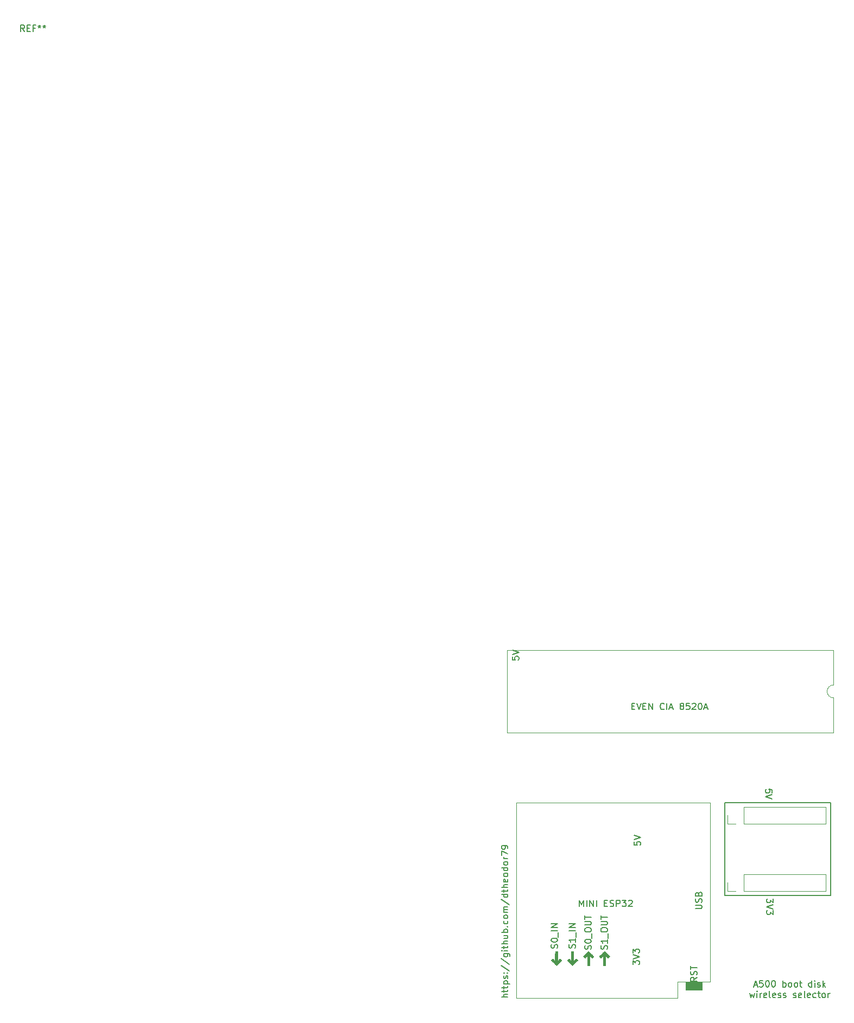
<source format=gto>
G04 #@! TF.GenerationSoftware,KiCad,Pcbnew,(5.1.6)-1*
G04 #@! TF.CreationDate,2021-12-03T11:19:17+02:00*
G04 #@! TF.ProjectId,df_selector_inverted,64665f73-656c-4656-9374-6f725f696e76,rev?*
G04 #@! TF.SameCoordinates,Original*
G04 #@! TF.FileFunction,Legend,Top*
G04 #@! TF.FilePolarity,Positive*
%FSLAX46Y46*%
G04 Gerber Fmt 4.6, Leading zero omitted, Abs format (unit mm)*
G04 Created by KiCad (PCBNEW (5.1.6)-1) date 2021-12-03 11:19:17*
%MOMM*%
%LPD*%
G01*
G04 APERTURE LIST*
%ADD10C,0.150000*%
%ADD11C,0.120000*%
%ADD12C,0.100000*%
%ADD13C,0.010000*%
%ADD14O,1.700000X1.700000*%
%ADD15R,1.700000X1.700000*%
%ADD16C,1.700000*%
G04 APERTURE END LIST*
D10*
X74752380Y-98490476D02*
X74752380Y-98966666D01*
X75228571Y-99014285D01*
X75180952Y-98966666D01*
X75133333Y-98871428D01*
X75133333Y-98633333D01*
X75180952Y-98538095D01*
X75228571Y-98490476D01*
X75323809Y-98442857D01*
X75561904Y-98442857D01*
X75657142Y-98490476D01*
X75704761Y-98538095D01*
X75752380Y-98633333D01*
X75752380Y-98871428D01*
X75704761Y-98966666D01*
X75657142Y-99014285D01*
X74752380Y-98157142D02*
X75752380Y-97823809D01*
X74752380Y-97490476D01*
X93552380Y-146538095D02*
X93552380Y-145919047D01*
X93933333Y-146252380D01*
X93933333Y-146109523D01*
X93980952Y-146014285D01*
X94028571Y-145966666D01*
X94123809Y-145919047D01*
X94361904Y-145919047D01*
X94457142Y-145966666D01*
X94504761Y-146014285D01*
X94552380Y-146109523D01*
X94552380Y-146395238D01*
X94504761Y-146490476D01*
X94457142Y-146538095D01*
X93552380Y-145633333D02*
X94552380Y-145300000D01*
X93552380Y-144966666D01*
X93552380Y-144728571D02*
X93552380Y-144109523D01*
X93933333Y-144442857D01*
X93933333Y-144300000D01*
X93980952Y-144204761D01*
X94028571Y-144157142D01*
X94123809Y-144109523D01*
X94361904Y-144109523D01*
X94457142Y-144157142D01*
X94504761Y-144204761D01*
X94552380Y-144300000D01*
X94552380Y-144585714D01*
X94504761Y-144680952D01*
X94457142Y-144728571D01*
X93752380Y-127390476D02*
X93752380Y-127866666D01*
X94228571Y-127914285D01*
X94180952Y-127866666D01*
X94133333Y-127771428D01*
X94133333Y-127533333D01*
X94180952Y-127438095D01*
X94228571Y-127390476D01*
X94323809Y-127342857D01*
X94561904Y-127342857D01*
X94657142Y-127390476D01*
X94704761Y-127438095D01*
X94752380Y-127533333D01*
X94752380Y-127771428D01*
X94704761Y-127866666D01*
X94657142Y-127914285D01*
X93752380Y-127057142D02*
X94752380Y-126723809D01*
X93752380Y-126390476D01*
X89504761Y-144121428D02*
X89552380Y-143978571D01*
X89552380Y-143740476D01*
X89504761Y-143645238D01*
X89457142Y-143597619D01*
X89361904Y-143550000D01*
X89266666Y-143550000D01*
X89171428Y-143597619D01*
X89123809Y-143645238D01*
X89076190Y-143740476D01*
X89028571Y-143930952D01*
X88980952Y-144026190D01*
X88933333Y-144073809D01*
X88838095Y-144121428D01*
X88742857Y-144121428D01*
X88647619Y-144073809D01*
X88600000Y-144026190D01*
X88552380Y-143930952D01*
X88552380Y-143692857D01*
X88600000Y-143550000D01*
X89552380Y-142597619D02*
X89552380Y-143169047D01*
X89552380Y-142883333D02*
X88552380Y-142883333D01*
X88695238Y-142978571D01*
X88790476Y-143073809D01*
X88838095Y-143169047D01*
X89647619Y-142407142D02*
X89647619Y-141645238D01*
X88552380Y-141216666D02*
X88552380Y-141026190D01*
X88600000Y-140930952D01*
X88695238Y-140835714D01*
X88885714Y-140788095D01*
X89219047Y-140788095D01*
X89409523Y-140835714D01*
X89504761Y-140930952D01*
X89552380Y-141026190D01*
X89552380Y-141216666D01*
X89504761Y-141311904D01*
X89409523Y-141407142D01*
X89219047Y-141454761D01*
X88885714Y-141454761D01*
X88695238Y-141407142D01*
X88600000Y-141311904D01*
X88552380Y-141216666D01*
X88552380Y-140359523D02*
X89361904Y-140359523D01*
X89457142Y-140311904D01*
X89504761Y-140264285D01*
X89552380Y-140169047D01*
X89552380Y-139978571D01*
X89504761Y-139883333D01*
X89457142Y-139835714D01*
X89361904Y-139788095D01*
X88552380Y-139788095D01*
X88552380Y-139454761D02*
X88552380Y-138883333D01*
X89552380Y-139169047D02*
X88552380Y-139169047D01*
X87004761Y-144121428D02*
X87052380Y-143978571D01*
X87052380Y-143740476D01*
X87004761Y-143645238D01*
X86957142Y-143597619D01*
X86861904Y-143550000D01*
X86766666Y-143550000D01*
X86671428Y-143597619D01*
X86623809Y-143645238D01*
X86576190Y-143740476D01*
X86528571Y-143930952D01*
X86480952Y-144026190D01*
X86433333Y-144073809D01*
X86338095Y-144121428D01*
X86242857Y-144121428D01*
X86147619Y-144073809D01*
X86100000Y-144026190D01*
X86052380Y-143930952D01*
X86052380Y-143692857D01*
X86100000Y-143550000D01*
X86052380Y-142930952D02*
X86052380Y-142835714D01*
X86100000Y-142740476D01*
X86147619Y-142692857D01*
X86242857Y-142645238D01*
X86433333Y-142597619D01*
X86671428Y-142597619D01*
X86861904Y-142645238D01*
X86957142Y-142692857D01*
X87004761Y-142740476D01*
X87052380Y-142835714D01*
X87052380Y-142930952D01*
X87004761Y-143026190D01*
X86957142Y-143073809D01*
X86861904Y-143121428D01*
X86671428Y-143169047D01*
X86433333Y-143169047D01*
X86242857Y-143121428D01*
X86147619Y-143073809D01*
X86100000Y-143026190D01*
X86052380Y-142930952D01*
X87147619Y-142407142D02*
X87147619Y-141645238D01*
X86052380Y-141216666D02*
X86052380Y-141026190D01*
X86100000Y-140930952D01*
X86195238Y-140835714D01*
X86385714Y-140788095D01*
X86719047Y-140788095D01*
X86909523Y-140835714D01*
X87004761Y-140930952D01*
X87052380Y-141026190D01*
X87052380Y-141216666D01*
X87004761Y-141311904D01*
X86909523Y-141407142D01*
X86719047Y-141454761D01*
X86385714Y-141454761D01*
X86195238Y-141407142D01*
X86100000Y-141311904D01*
X86052380Y-141216666D01*
X86052380Y-140359523D02*
X86861904Y-140359523D01*
X86957142Y-140311904D01*
X87004761Y-140264285D01*
X87052380Y-140169047D01*
X87052380Y-139978571D01*
X87004761Y-139883333D01*
X86957142Y-139835714D01*
X86861904Y-139788095D01*
X86052380Y-139788095D01*
X86052380Y-139454761D02*
X86052380Y-138883333D01*
X87052380Y-139169047D02*
X86052380Y-139169047D01*
X84504761Y-143954761D02*
X84552380Y-143811904D01*
X84552380Y-143573809D01*
X84504761Y-143478571D01*
X84457142Y-143430952D01*
X84361904Y-143383333D01*
X84266666Y-143383333D01*
X84171428Y-143430952D01*
X84123809Y-143478571D01*
X84076190Y-143573809D01*
X84028571Y-143764285D01*
X83980952Y-143859523D01*
X83933333Y-143907142D01*
X83838095Y-143954761D01*
X83742857Y-143954761D01*
X83647619Y-143907142D01*
X83600000Y-143859523D01*
X83552380Y-143764285D01*
X83552380Y-143526190D01*
X83600000Y-143383333D01*
X84552380Y-142430952D02*
X84552380Y-143002380D01*
X84552380Y-142716666D02*
X83552380Y-142716666D01*
X83695238Y-142811904D01*
X83790476Y-142907142D01*
X83838095Y-143002380D01*
X84647619Y-142240476D02*
X84647619Y-141478571D01*
X84552380Y-141240476D02*
X83552380Y-141240476D01*
X84552380Y-140764285D02*
X83552380Y-140764285D01*
X84552380Y-140192857D01*
X83552380Y-140192857D01*
X81754761Y-143954761D02*
X81802380Y-143811904D01*
X81802380Y-143573809D01*
X81754761Y-143478571D01*
X81707142Y-143430952D01*
X81611904Y-143383333D01*
X81516666Y-143383333D01*
X81421428Y-143430952D01*
X81373809Y-143478571D01*
X81326190Y-143573809D01*
X81278571Y-143764285D01*
X81230952Y-143859523D01*
X81183333Y-143907142D01*
X81088095Y-143954761D01*
X80992857Y-143954761D01*
X80897619Y-143907142D01*
X80850000Y-143859523D01*
X80802380Y-143764285D01*
X80802380Y-143526190D01*
X80850000Y-143383333D01*
X80802380Y-142764285D02*
X80802380Y-142669047D01*
X80850000Y-142573809D01*
X80897619Y-142526190D01*
X80992857Y-142478571D01*
X81183333Y-142430952D01*
X81421428Y-142430952D01*
X81611904Y-142478571D01*
X81707142Y-142526190D01*
X81754761Y-142573809D01*
X81802380Y-142669047D01*
X81802380Y-142764285D01*
X81754761Y-142859523D01*
X81707142Y-142907142D01*
X81611904Y-142954761D01*
X81421428Y-143002380D01*
X81183333Y-143002380D01*
X80992857Y-142954761D01*
X80897619Y-142907142D01*
X80850000Y-142859523D01*
X80802380Y-142764285D01*
X81897619Y-142240476D02*
X81897619Y-141478571D01*
X81802380Y-141240476D02*
X80802380Y-141240476D01*
X81802380Y-140764285D02*
X80802380Y-140764285D01*
X81802380Y-140192857D01*
X80802380Y-140192857D01*
X115397619Y-136261904D02*
X115397619Y-136880952D01*
X115016666Y-136547619D01*
X115016666Y-136690476D01*
X114969047Y-136785714D01*
X114921428Y-136833333D01*
X114826190Y-136880952D01*
X114588095Y-136880952D01*
X114492857Y-136833333D01*
X114445238Y-136785714D01*
X114397619Y-136690476D01*
X114397619Y-136404761D01*
X114445238Y-136309523D01*
X114492857Y-136261904D01*
X115397619Y-137166666D02*
X114397619Y-137500000D01*
X115397619Y-137833333D01*
X115397619Y-138071428D02*
X115397619Y-138690476D01*
X115016666Y-138357142D01*
X115016666Y-138500000D01*
X114969047Y-138595238D01*
X114921428Y-138642857D01*
X114826190Y-138690476D01*
X114588095Y-138690476D01*
X114492857Y-138642857D01*
X114445238Y-138595238D01*
X114397619Y-138500000D01*
X114397619Y-138214285D01*
X114445238Y-138119047D01*
X114492857Y-138071428D01*
X115247619Y-119709523D02*
X115247619Y-119233333D01*
X114771428Y-119185714D01*
X114819047Y-119233333D01*
X114866666Y-119328571D01*
X114866666Y-119566666D01*
X114819047Y-119661904D01*
X114771428Y-119709523D01*
X114676190Y-119757142D01*
X114438095Y-119757142D01*
X114342857Y-119709523D01*
X114295238Y-119661904D01*
X114247619Y-119566666D01*
X114247619Y-119328571D01*
X114295238Y-119233333D01*
X114342857Y-119185714D01*
X115247619Y-120042857D02*
X114247619Y-120376190D01*
X115247619Y-120709523D01*
X112428571Y-149741666D02*
X112904761Y-149741666D01*
X112333333Y-150027380D02*
X112666666Y-149027380D01*
X113000000Y-150027380D01*
X113809523Y-149027380D02*
X113333333Y-149027380D01*
X113285714Y-149503571D01*
X113333333Y-149455952D01*
X113428571Y-149408333D01*
X113666666Y-149408333D01*
X113761904Y-149455952D01*
X113809523Y-149503571D01*
X113857142Y-149598809D01*
X113857142Y-149836904D01*
X113809523Y-149932142D01*
X113761904Y-149979761D01*
X113666666Y-150027380D01*
X113428571Y-150027380D01*
X113333333Y-149979761D01*
X113285714Y-149932142D01*
X114476190Y-149027380D02*
X114571428Y-149027380D01*
X114666666Y-149075000D01*
X114714285Y-149122619D01*
X114761904Y-149217857D01*
X114809523Y-149408333D01*
X114809523Y-149646428D01*
X114761904Y-149836904D01*
X114714285Y-149932142D01*
X114666666Y-149979761D01*
X114571428Y-150027380D01*
X114476190Y-150027380D01*
X114380952Y-149979761D01*
X114333333Y-149932142D01*
X114285714Y-149836904D01*
X114238095Y-149646428D01*
X114238095Y-149408333D01*
X114285714Y-149217857D01*
X114333333Y-149122619D01*
X114380952Y-149075000D01*
X114476190Y-149027380D01*
X115428571Y-149027380D02*
X115523809Y-149027380D01*
X115619047Y-149075000D01*
X115666666Y-149122619D01*
X115714285Y-149217857D01*
X115761904Y-149408333D01*
X115761904Y-149646428D01*
X115714285Y-149836904D01*
X115666666Y-149932142D01*
X115619047Y-149979761D01*
X115523809Y-150027380D01*
X115428571Y-150027380D01*
X115333333Y-149979761D01*
X115285714Y-149932142D01*
X115238095Y-149836904D01*
X115190476Y-149646428D01*
X115190476Y-149408333D01*
X115238095Y-149217857D01*
X115285714Y-149122619D01*
X115333333Y-149075000D01*
X115428571Y-149027380D01*
X116952380Y-150027380D02*
X116952380Y-149027380D01*
X116952380Y-149408333D02*
X117047619Y-149360714D01*
X117238095Y-149360714D01*
X117333333Y-149408333D01*
X117380952Y-149455952D01*
X117428571Y-149551190D01*
X117428571Y-149836904D01*
X117380952Y-149932142D01*
X117333333Y-149979761D01*
X117238095Y-150027380D01*
X117047619Y-150027380D01*
X116952380Y-149979761D01*
X118000000Y-150027380D02*
X117904761Y-149979761D01*
X117857142Y-149932142D01*
X117809523Y-149836904D01*
X117809523Y-149551190D01*
X117857142Y-149455952D01*
X117904761Y-149408333D01*
X118000000Y-149360714D01*
X118142857Y-149360714D01*
X118238095Y-149408333D01*
X118285714Y-149455952D01*
X118333333Y-149551190D01*
X118333333Y-149836904D01*
X118285714Y-149932142D01*
X118238095Y-149979761D01*
X118142857Y-150027380D01*
X118000000Y-150027380D01*
X118904761Y-150027380D02*
X118809523Y-149979761D01*
X118761904Y-149932142D01*
X118714285Y-149836904D01*
X118714285Y-149551190D01*
X118761904Y-149455952D01*
X118809523Y-149408333D01*
X118904761Y-149360714D01*
X119047619Y-149360714D01*
X119142857Y-149408333D01*
X119190476Y-149455952D01*
X119238095Y-149551190D01*
X119238095Y-149836904D01*
X119190476Y-149932142D01*
X119142857Y-149979761D01*
X119047619Y-150027380D01*
X118904761Y-150027380D01*
X119523809Y-149360714D02*
X119904761Y-149360714D01*
X119666666Y-149027380D02*
X119666666Y-149884523D01*
X119714285Y-149979761D01*
X119809523Y-150027380D01*
X119904761Y-150027380D01*
X121428571Y-150027380D02*
X121428571Y-149027380D01*
X121428571Y-149979761D02*
X121333333Y-150027380D01*
X121142857Y-150027380D01*
X121047619Y-149979761D01*
X121000000Y-149932142D01*
X120952380Y-149836904D01*
X120952380Y-149551190D01*
X121000000Y-149455952D01*
X121047619Y-149408333D01*
X121142857Y-149360714D01*
X121333333Y-149360714D01*
X121428571Y-149408333D01*
X121904761Y-150027380D02*
X121904761Y-149360714D01*
X121904761Y-149027380D02*
X121857142Y-149075000D01*
X121904761Y-149122619D01*
X121952380Y-149075000D01*
X121904761Y-149027380D01*
X121904761Y-149122619D01*
X122333333Y-149979761D02*
X122428571Y-150027380D01*
X122619047Y-150027380D01*
X122714285Y-149979761D01*
X122761904Y-149884523D01*
X122761904Y-149836904D01*
X122714285Y-149741666D01*
X122619047Y-149694047D01*
X122476190Y-149694047D01*
X122380952Y-149646428D01*
X122333333Y-149551190D01*
X122333333Y-149503571D01*
X122380952Y-149408333D01*
X122476190Y-149360714D01*
X122619047Y-149360714D01*
X122714285Y-149408333D01*
X123190476Y-150027380D02*
X123190476Y-149027380D01*
X123285714Y-149646428D02*
X123571428Y-150027380D01*
X123571428Y-149360714D02*
X123190476Y-149741666D01*
X111761904Y-151010714D02*
X111952380Y-151677380D01*
X112142857Y-151201190D01*
X112333333Y-151677380D01*
X112523809Y-151010714D01*
X112904761Y-151677380D02*
X112904761Y-151010714D01*
X112904761Y-150677380D02*
X112857142Y-150725000D01*
X112904761Y-150772619D01*
X112952380Y-150725000D01*
X112904761Y-150677380D01*
X112904761Y-150772619D01*
X113380952Y-151677380D02*
X113380952Y-151010714D01*
X113380952Y-151201190D02*
X113428571Y-151105952D01*
X113476190Y-151058333D01*
X113571428Y-151010714D01*
X113666666Y-151010714D01*
X114380952Y-151629761D02*
X114285714Y-151677380D01*
X114095238Y-151677380D01*
X114000000Y-151629761D01*
X113952380Y-151534523D01*
X113952380Y-151153571D01*
X114000000Y-151058333D01*
X114095238Y-151010714D01*
X114285714Y-151010714D01*
X114380952Y-151058333D01*
X114428571Y-151153571D01*
X114428571Y-151248809D01*
X113952380Y-151344047D01*
X115000000Y-151677380D02*
X114904761Y-151629761D01*
X114857142Y-151534523D01*
X114857142Y-150677380D01*
X115761904Y-151629761D02*
X115666666Y-151677380D01*
X115476190Y-151677380D01*
X115380952Y-151629761D01*
X115333333Y-151534523D01*
X115333333Y-151153571D01*
X115380952Y-151058333D01*
X115476190Y-151010714D01*
X115666666Y-151010714D01*
X115761904Y-151058333D01*
X115809523Y-151153571D01*
X115809523Y-151248809D01*
X115333333Y-151344047D01*
X116190476Y-151629761D02*
X116285714Y-151677380D01*
X116476190Y-151677380D01*
X116571428Y-151629761D01*
X116619047Y-151534523D01*
X116619047Y-151486904D01*
X116571428Y-151391666D01*
X116476190Y-151344047D01*
X116333333Y-151344047D01*
X116238095Y-151296428D01*
X116190476Y-151201190D01*
X116190476Y-151153571D01*
X116238095Y-151058333D01*
X116333333Y-151010714D01*
X116476190Y-151010714D01*
X116571428Y-151058333D01*
X117000000Y-151629761D02*
X117095238Y-151677380D01*
X117285714Y-151677380D01*
X117380952Y-151629761D01*
X117428571Y-151534523D01*
X117428571Y-151486904D01*
X117380952Y-151391666D01*
X117285714Y-151344047D01*
X117142857Y-151344047D01*
X117047619Y-151296428D01*
X117000000Y-151201190D01*
X117000000Y-151153571D01*
X117047619Y-151058333D01*
X117142857Y-151010714D01*
X117285714Y-151010714D01*
X117380952Y-151058333D01*
X118571428Y-151629761D02*
X118666666Y-151677380D01*
X118857142Y-151677380D01*
X118952380Y-151629761D01*
X119000000Y-151534523D01*
X119000000Y-151486904D01*
X118952380Y-151391666D01*
X118857142Y-151344047D01*
X118714285Y-151344047D01*
X118619047Y-151296428D01*
X118571428Y-151201190D01*
X118571428Y-151153571D01*
X118619047Y-151058333D01*
X118714285Y-151010714D01*
X118857142Y-151010714D01*
X118952380Y-151058333D01*
X119809523Y-151629761D02*
X119714285Y-151677380D01*
X119523809Y-151677380D01*
X119428571Y-151629761D01*
X119380952Y-151534523D01*
X119380952Y-151153571D01*
X119428571Y-151058333D01*
X119523809Y-151010714D01*
X119714285Y-151010714D01*
X119809523Y-151058333D01*
X119857142Y-151153571D01*
X119857142Y-151248809D01*
X119380952Y-151344047D01*
X120428571Y-151677380D02*
X120333333Y-151629761D01*
X120285714Y-151534523D01*
X120285714Y-150677380D01*
X121190476Y-151629761D02*
X121095238Y-151677380D01*
X120904761Y-151677380D01*
X120809523Y-151629761D01*
X120761904Y-151534523D01*
X120761904Y-151153571D01*
X120809523Y-151058333D01*
X120904761Y-151010714D01*
X121095238Y-151010714D01*
X121190476Y-151058333D01*
X121238095Y-151153571D01*
X121238095Y-151248809D01*
X120761904Y-151344047D01*
X122095238Y-151629761D02*
X122000000Y-151677380D01*
X121809523Y-151677380D01*
X121714285Y-151629761D01*
X121666666Y-151582142D01*
X121619047Y-151486904D01*
X121619047Y-151201190D01*
X121666666Y-151105952D01*
X121714285Y-151058333D01*
X121809523Y-151010714D01*
X122000000Y-151010714D01*
X122095238Y-151058333D01*
X122380952Y-151010714D02*
X122761904Y-151010714D01*
X122523809Y-150677380D02*
X122523809Y-151534523D01*
X122571428Y-151629761D01*
X122666666Y-151677380D01*
X122761904Y-151677380D01*
X123238095Y-151677380D02*
X123142857Y-151629761D01*
X123095238Y-151582142D01*
X123047619Y-151486904D01*
X123047619Y-151201190D01*
X123095238Y-151105952D01*
X123142857Y-151058333D01*
X123238095Y-151010714D01*
X123380952Y-151010714D01*
X123476190Y-151058333D01*
X123523809Y-151105952D01*
X123571428Y-151201190D01*
X123571428Y-151486904D01*
X123523809Y-151582142D01*
X123476190Y-151629761D01*
X123380952Y-151677380D01*
X123238095Y-151677380D01*
X124000000Y-151677380D02*
X124000000Y-151010714D01*
X124000000Y-151201190D02*
X124047619Y-151105952D01*
X124095238Y-151058333D01*
X124190476Y-151010714D01*
X124285714Y-151010714D01*
X74052380Y-151609523D02*
X73052380Y-151609523D01*
X74052380Y-151180952D02*
X73528571Y-151180952D01*
X73433333Y-151228571D01*
X73385714Y-151323809D01*
X73385714Y-151466666D01*
X73433333Y-151561904D01*
X73480952Y-151609523D01*
X73385714Y-150847619D02*
X73385714Y-150466666D01*
X73052380Y-150704761D02*
X73909523Y-150704761D01*
X74004761Y-150657142D01*
X74052380Y-150561904D01*
X74052380Y-150466666D01*
X73385714Y-150276190D02*
X73385714Y-149895238D01*
X73052380Y-150133333D02*
X73909523Y-150133333D01*
X74004761Y-150085714D01*
X74052380Y-149990476D01*
X74052380Y-149895238D01*
X73385714Y-149561904D02*
X74385714Y-149561904D01*
X73433333Y-149561904D02*
X73385714Y-149466666D01*
X73385714Y-149276190D01*
X73433333Y-149180952D01*
X73480952Y-149133333D01*
X73576190Y-149085714D01*
X73861904Y-149085714D01*
X73957142Y-149133333D01*
X74004761Y-149180952D01*
X74052380Y-149276190D01*
X74052380Y-149466666D01*
X74004761Y-149561904D01*
X74004761Y-148704761D02*
X74052380Y-148609523D01*
X74052380Y-148419047D01*
X74004761Y-148323809D01*
X73909523Y-148276190D01*
X73861904Y-148276190D01*
X73766666Y-148323809D01*
X73719047Y-148419047D01*
X73719047Y-148561904D01*
X73671428Y-148657142D01*
X73576190Y-148704761D01*
X73528571Y-148704761D01*
X73433333Y-148657142D01*
X73385714Y-148561904D01*
X73385714Y-148419047D01*
X73433333Y-148323809D01*
X73957142Y-147847619D02*
X74004761Y-147800000D01*
X74052380Y-147847619D01*
X74004761Y-147895238D01*
X73957142Y-147847619D01*
X74052380Y-147847619D01*
X73433333Y-147847619D02*
X73480952Y-147800000D01*
X73528571Y-147847619D01*
X73480952Y-147895238D01*
X73433333Y-147847619D01*
X73528571Y-147847619D01*
X73004761Y-146657142D02*
X74290476Y-147514285D01*
X73004761Y-145609523D02*
X74290476Y-146466666D01*
X73385714Y-144847619D02*
X74195238Y-144847619D01*
X74290476Y-144895238D01*
X74338095Y-144942857D01*
X74385714Y-145038095D01*
X74385714Y-145180952D01*
X74338095Y-145276190D01*
X74004761Y-144847619D02*
X74052380Y-144942857D01*
X74052380Y-145133333D01*
X74004761Y-145228571D01*
X73957142Y-145276190D01*
X73861904Y-145323809D01*
X73576190Y-145323809D01*
X73480952Y-145276190D01*
X73433333Y-145228571D01*
X73385714Y-145133333D01*
X73385714Y-144942857D01*
X73433333Y-144847619D01*
X74052380Y-144371428D02*
X73385714Y-144371428D01*
X73052380Y-144371428D02*
X73100000Y-144419047D01*
X73147619Y-144371428D01*
X73100000Y-144323809D01*
X73052380Y-144371428D01*
X73147619Y-144371428D01*
X73385714Y-144038095D02*
X73385714Y-143657142D01*
X73052380Y-143895238D02*
X73909523Y-143895238D01*
X74004761Y-143847619D01*
X74052380Y-143752380D01*
X74052380Y-143657142D01*
X74052380Y-143323809D02*
X73052380Y-143323809D01*
X74052380Y-142895238D02*
X73528571Y-142895238D01*
X73433333Y-142942857D01*
X73385714Y-143038095D01*
X73385714Y-143180952D01*
X73433333Y-143276190D01*
X73480952Y-143323809D01*
X73385714Y-141990476D02*
X74052380Y-141990476D01*
X73385714Y-142419047D02*
X73909523Y-142419047D01*
X74004761Y-142371428D01*
X74052380Y-142276190D01*
X74052380Y-142133333D01*
X74004761Y-142038095D01*
X73957142Y-141990476D01*
X74052380Y-141514285D02*
X73052380Y-141514285D01*
X73433333Y-141514285D02*
X73385714Y-141419047D01*
X73385714Y-141228571D01*
X73433333Y-141133333D01*
X73480952Y-141085714D01*
X73576190Y-141038095D01*
X73861904Y-141038095D01*
X73957142Y-141085714D01*
X74004761Y-141133333D01*
X74052380Y-141228571D01*
X74052380Y-141419047D01*
X74004761Y-141514285D01*
X73957142Y-140609523D02*
X74004761Y-140561904D01*
X74052380Y-140609523D01*
X74004761Y-140657142D01*
X73957142Y-140609523D01*
X74052380Y-140609523D01*
X74004761Y-139704761D02*
X74052380Y-139800000D01*
X74052380Y-139990476D01*
X74004761Y-140085714D01*
X73957142Y-140133333D01*
X73861904Y-140180952D01*
X73576190Y-140180952D01*
X73480952Y-140133333D01*
X73433333Y-140085714D01*
X73385714Y-139990476D01*
X73385714Y-139800000D01*
X73433333Y-139704761D01*
X74052380Y-139133333D02*
X74004761Y-139228571D01*
X73957142Y-139276190D01*
X73861904Y-139323809D01*
X73576190Y-139323809D01*
X73480952Y-139276190D01*
X73433333Y-139228571D01*
X73385714Y-139133333D01*
X73385714Y-138990476D01*
X73433333Y-138895238D01*
X73480952Y-138847619D01*
X73576190Y-138800000D01*
X73861904Y-138800000D01*
X73957142Y-138847619D01*
X74004761Y-138895238D01*
X74052380Y-138990476D01*
X74052380Y-139133333D01*
X74052380Y-138371428D02*
X73385714Y-138371428D01*
X73480952Y-138371428D02*
X73433333Y-138323809D01*
X73385714Y-138228571D01*
X73385714Y-138085714D01*
X73433333Y-137990476D01*
X73528571Y-137942857D01*
X74052380Y-137942857D01*
X73528571Y-137942857D02*
X73433333Y-137895238D01*
X73385714Y-137800000D01*
X73385714Y-137657142D01*
X73433333Y-137561904D01*
X73528571Y-137514285D01*
X74052380Y-137514285D01*
X73004761Y-136323809D02*
X74290476Y-137180952D01*
X74052380Y-135561904D02*
X73052380Y-135561904D01*
X74004761Y-135561904D02*
X74052380Y-135657142D01*
X74052380Y-135847619D01*
X74004761Y-135942857D01*
X73957142Y-135990476D01*
X73861904Y-136038095D01*
X73576190Y-136038095D01*
X73480952Y-135990476D01*
X73433333Y-135942857D01*
X73385714Y-135847619D01*
X73385714Y-135657142D01*
X73433333Y-135561904D01*
X73385714Y-135228571D02*
X73385714Y-134847619D01*
X73052380Y-135085714D02*
X73909523Y-135085714D01*
X74004761Y-135038095D01*
X74052380Y-134942857D01*
X74052380Y-134847619D01*
X74052380Y-134514285D02*
X73052380Y-134514285D01*
X74052380Y-134085714D02*
X73528571Y-134085714D01*
X73433333Y-134133333D01*
X73385714Y-134228571D01*
X73385714Y-134371428D01*
X73433333Y-134466666D01*
X73480952Y-134514285D01*
X74004761Y-133228571D02*
X74052380Y-133323809D01*
X74052380Y-133514285D01*
X74004761Y-133609523D01*
X73909523Y-133657142D01*
X73528571Y-133657142D01*
X73433333Y-133609523D01*
X73385714Y-133514285D01*
X73385714Y-133323809D01*
X73433333Y-133228571D01*
X73528571Y-133180952D01*
X73623809Y-133180952D01*
X73719047Y-133657142D01*
X74052380Y-132609523D02*
X74004761Y-132704761D01*
X73957142Y-132752380D01*
X73861904Y-132800000D01*
X73576190Y-132800000D01*
X73480952Y-132752380D01*
X73433333Y-132704761D01*
X73385714Y-132609523D01*
X73385714Y-132466666D01*
X73433333Y-132371428D01*
X73480952Y-132323809D01*
X73576190Y-132276190D01*
X73861904Y-132276190D01*
X73957142Y-132323809D01*
X74004761Y-132371428D01*
X74052380Y-132466666D01*
X74052380Y-132609523D01*
X74052380Y-131419047D02*
X73052380Y-131419047D01*
X74004761Y-131419047D02*
X74052380Y-131514285D01*
X74052380Y-131704761D01*
X74004761Y-131800000D01*
X73957142Y-131847619D01*
X73861904Y-131895238D01*
X73576190Y-131895238D01*
X73480952Y-131847619D01*
X73433333Y-131800000D01*
X73385714Y-131704761D01*
X73385714Y-131514285D01*
X73433333Y-131419047D01*
X74052380Y-130800000D02*
X74004761Y-130895238D01*
X73957142Y-130942857D01*
X73861904Y-130990476D01*
X73576190Y-130990476D01*
X73480952Y-130942857D01*
X73433333Y-130895238D01*
X73385714Y-130800000D01*
X73385714Y-130657142D01*
X73433333Y-130561904D01*
X73480952Y-130514285D01*
X73576190Y-130466666D01*
X73861904Y-130466666D01*
X73957142Y-130514285D01*
X74004761Y-130561904D01*
X74052380Y-130657142D01*
X74052380Y-130800000D01*
X74052380Y-130038095D02*
X73385714Y-130038095D01*
X73576190Y-130038095D02*
X73480952Y-129990476D01*
X73433333Y-129942857D01*
X73385714Y-129847619D01*
X73385714Y-129752380D01*
X73052380Y-129514285D02*
X73052380Y-128847619D01*
X74052380Y-129276190D01*
X74052380Y-128419047D02*
X74052380Y-128228571D01*
X74004761Y-128133333D01*
X73957142Y-128085714D01*
X73814285Y-127990476D01*
X73623809Y-127942857D01*
X73242857Y-127942857D01*
X73147619Y-127990476D01*
X73100000Y-128038095D01*
X73052380Y-128133333D01*
X73052380Y-128323809D01*
X73100000Y-128419047D01*
X73147619Y-128466666D01*
X73242857Y-128514285D01*
X73480952Y-128514285D01*
X73576190Y-128466666D01*
X73623809Y-128419047D01*
X73671428Y-128323809D01*
X73671428Y-128133333D01*
X73623809Y-128038095D01*
X73576190Y-127990476D01*
X73480952Y-127942857D01*
X124350000Y-121250000D02*
X124350000Y-135750000D01*
X107850000Y-121250000D02*
X124350000Y-121250000D01*
X107850000Y-135750000D02*
X107850000Y-121250000D01*
X124350000Y-135750000D02*
X107850000Y-135750000D01*
D11*
X123630000Y-135080000D02*
X123630000Y-132420000D01*
X110870000Y-135080000D02*
X123630000Y-135080000D01*
X110870000Y-132420000D02*
X123630000Y-132420000D01*
X110870000Y-135080000D02*
X110870000Y-132420000D01*
X109600000Y-135080000D02*
X108270000Y-135080000D01*
X108270000Y-135080000D02*
X108270000Y-133750000D01*
X108270000Y-124580000D02*
X108270000Y-123250000D01*
X109600000Y-124580000D02*
X108270000Y-124580000D01*
X110870000Y-124580000D02*
X110870000Y-121920000D01*
X110870000Y-124580000D02*
X123630000Y-124580000D01*
X123630000Y-124580000D02*
X123630000Y-121920000D01*
X110870000Y-121920000D02*
X123630000Y-121920000D01*
X75350000Y-151790000D02*
X75350000Y-121310000D01*
X100550000Y-149250000D02*
X105630000Y-149250000D01*
X75350000Y-121310000D02*
X105630000Y-121310000D01*
X75350000Y-151790000D02*
X100550000Y-151790000D01*
X100550000Y-151790000D02*
X100550000Y-149250000D01*
D12*
G36*
X104360000Y-150520000D02*
G01*
X101820000Y-150520000D01*
X101820000Y-149250000D01*
X104360000Y-149250000D01*
X104360000Y-150520000D01*
G37*
X104360000Y-150520000D02*
X101820000Y-150520000D01*
X101820000Y-149250000D01*
X104360000Y-149250000D01*
X104360000Y-150520000D01*
D11*
X105630000Y-149250000D02*
X105630000Y-121310000D01*
X124840000Y-110380000D02*
X124840000Y-104920000D01*
X73920000Y-110380000D02*
X124840000Y-110380000D01*
X73920000Y-97460000D02*
X73920000Y-110380000D01*
X124840000Y-97460000D02*
X73920000Y-97460000D01*
X124840000Y-102920000D02*
X124840000Y-97460000D01*
X124840000Y-104920000D02*
G75*
G02*
X124840000Y-102920000I0J1000000D01*
G01*
D13*
G36*
X88920083Y-146613301D02*
G01*
X88917967Y-145872446D01*
X88915850Y-145131590D01*
X88748633Y-145296509D01*
X88717072Y-145327562D01*
X88687001Y-145357004D01*
X88659015Y-145384262D01*
X88633709Y-145408764D01*
X88611679Y-145429936D01*
X88593521Y-145447206D01*
X88579830Y-145459998D01*
X88571200Y-145467742D01*
X88568717Y-145469715D01*
X88561893Y-145473996D01*
X88555719Y-145476902D01*
X88549508Y-145477974D01*
X88542574Y-145476748D01*
X88534230Y-145472763D01*
X88523791Y-145465557D01*
X88510569Y-145454669D01*
X88493879Y-145439637D01*
X88473035Y-145419999D01*
X88447349Y-145395294D01*
X88422928Y-145371644D01*
X88397417Y-145346715D01*
X88373720Y-145323171D01*
X88352565Y-145301767D01*
X88334681Y-145283254D01*
X88320796Y-145268388D01*
X88311639Y-145257919D01*
X88308018Y-145252824D01*
X88305051Y-145241531D01*
X88307477Y-145230902D01*
X88308793Y-145228002D01*
X88312297Y-145223986D01*
X88321426Y-145214504D01*
X88335734Y-145199991D01*
X88354776Y-145180885D01*
X88378107Y-145157622D01*
X88405282Y-145130638D01*
X88435855Y-145100370D01*
X88469382Y-145067254D01*
X88505417Y-145031725D01*
X88543514Y-144994222D01*
X88583230Y-144955180D01*
X88624118Y-144915036D01*
X88665734Y-144874226D01*
X88707632Y-144833186D01*
X88749366Y-144792353D01*
X88790493Y-144752163D01*
X88830566Y-144713053D01*
X88869141Y-144675458D01*
X88905772Y-144639817D01*
X88940014Y-144606564D01*
X88971422Y-144576136D01*
X88999551Y-144548970D01*
X89023955Y-144525502D01*
X89044189Y-144506169D01*
X89059809Y-144491407D01*
X89067505Y-144484258D01*
X89083019Y-144471876D01*
X89096278Y-144466440D01*
X89109129Y-144468008D01*
X89123418Y-144476639D01*
X89134689Y-144486375D01*
X89149100Y-144499925D01*
X89168238Y-144518158D01*
X89191659Y-144540636D01*
X89218918Y-144566926D01*
X89249571Y-144596589D01*
X89283173Y-144629192D01*
X89319280Y-144664298D01*
X89357447Y-144701472D01*
X89397230Y-144740277D01*
X89438184Y-144780278D01*
X89479865Y-144821039D01*
X89521828Y-144862124D01*
X89563629Y-144903098D01*
X89604824Y-144943525D01*
X89644967Y-144982968D01*
X89683614Y-145020993D01*
X89720322Y-145057164D01*
X89754644Y-145091044D01*
X89786138Y-145122198D01*
X89814358Y-145150191D01*
X89838860Y-145174585D01*
X89859199Y-145194947D01*
X89874931Y-145210839D01*
X89885611Y-145221826D01*
X89890795Y-145227473D01*
X89891207Y-145228049D01*
X89894880Y-145239395D01*
X89893042Y-145250135D01*
X89892068Y-145252618D01*
X89887663Y-145258869D01*
X89877973Y-145269934D01*
X89863856Y-145284984D01*
X89846169Y-145303188D01*
X89825768Y-145323717D01*
X89803511Y-145345741D01*
X89780254Y-145368429D01*
X89756855Y-145390952D01*
X89734170Y-145412480D01*
X89713056Y-145432183D01*
X89694371Y-145449231D01*
X89678971Y-145462794D01*
X89667713Y-145472041D01*
X89661454Y-145476144D01*
X89661182Y-145476229D01*
X89648993Y-145476602D01*
X89638610Y-145473999D01*
X89633512Y-145470162D01*
X89622988Y-145460913D01*
X89607617Y-145446804D01*
X89587981Y-145428386D01*
X89564661Y-145406211D01*
X89538240Y-145380831D01*
X89509298Y-145352799D01*
X89478417Y-145322666D01*
X89455600Y-145300266D01*
X89284150Y-145131527D01*
X89282034Y-145872414D01*
X89279917Y-146613301D01*
X89256161Y-146633733D01*
X88943839Y-146633733D01*
X88920083Y-146613301D01*
G37*
X88920083Y-146613301D02*
X88917967Y-145872446D01*
X88915850Y-145131590D01*
X88748633Y-145296509D01*
X88717072Y-145327562D01*
X88687001Y-145357004D01*
X88659015Y-145384262D01*
X88633709Y-145408764D01*
X88611679Y-145429936D01*
X88593521Y-145447206D01*
X88579830Y-145459998D01*
X88571200Y-145467742D01*
X88568717Y-145469715D01*
X88561893Y-145473996D01*
X88555719Y-145476902D01*
X88549508Y-145477974D01*
X88542574Y-145476748D01*
X88534230Y-145472763D01*
X88523791Y-145465557D01*
X88510569Y-145454669D01*
X88493879Y-145439637D01*
X88473035Y-145419999D01*
X88447349Y-145395294D01*
X88422928Y-145371644D01*
X88397417Y-145346715D01*
X88373720Y-145323171D01*
X88352565Y-145301767D01*
X88334681Y-145283254D01*
X88320796Y-145268388D01*
X88311639Y-145257919D01*
X88308018Y-145252824D01*
X88305051Y-145241531D01*
X88307477Y-145230902D01*
X88308793Y-145228002D01*
X88312297Y-145223986D01*
X88321426Y-145214504D01*
X88335734Y-145199991D01*
X88354776Y-145180885D01*
X88378107Y-145157622D01*
X88405282Y-145130638D01*
X88435855Y-145100370D01*
X88469382Y-145067254D01*
X88505417Y-145031725D01*
X88543514Y-144994222D01*
X88583230Y-144955180D01*
X88624118Y-144915036D01*
X88665734Y-144874226D01*
X88707632Y-144833186D01*
X88749366Y-144792353D01*
X88790493Y-144752163D01*
X88830566Y-144713053D01*
X88869141Y-144675458D01*
X88905772Y-144639817D01*
X88940014Y-144606564D01*
X88971422Y-144576136D01*
X88999551Y-144548970D01*
X89023955Y-144525502D01*
X89044189Y-144506169D01*
X89059809Y-144491407D01*
X89067505Y-144484258D01*
X89083019Y-144471876D01*
X89096278Y-144466440D01*
X89109129Y-144468008D01*
X89123418Y-144476639D01*
X89134689Y-144486375D01*
X89149100Y-144499925D01*
X89168238Y-144518158D01*
X89191659Y-144540636D01*
X89218918Y-144566926D01*
X89249571Y-144596589D01*
X89283173Y-144629192D01*
X89319280Y-144664298D01*
X89357447Y-144701472D01*
X89397230Y-144740277D01*
X89438184Y-144780278D01*
X89479865Y-144821039D01*
X89521828Y-144862124D01*
X89563629Y-144903098D01*
X89604824Y-144943525D01*
X89644967Y-144982968D01*
X89683614Y-145020993D01*
X89720322Y-145057164D01*
X89754644Y-145091044D01*
X89786138Y-145122198D01*
X89814358Y-145150191D01*
X89838860Y-145174585D01*
X89859199Y-145194947D01*
X89874931Y-145210839D01*
X89885611Y-145221826D01*
X89890795Y-145227473D01*
X89891207Y-145228049D01*
X89894880Y-145239395D01*
X89893042Y-145250135D01*
X89892068Y-145252618D01*
X89887663Y-145258869D01*
X89877973Y-145269934D01*
X89863856Y-145284984D01*
X89846169Y-145303188D01*
X89825768Y-145323717D01*
X89803511Y-145345741D01*
X89780254Y-145368429D01*
X89756855Y-145390952D01*
X89734170Y-145412480D01*
X89713056Y-145432183D01*
X89694371Y-145449231D01*
X89678971Y-145462794D01*
X89667713Y-145472041D01*
X89661454Y-145476144D01*
X89661182Y-145476229D01*
X89648993Y-145476602D01*
X89638610Y-145473999D01*
X89633512Y-145470162D01*
X89622988Y-145460913D01*
X89607617Y-145446804D01*
X89587981Y-145428386D01*
X89564661Y-145406211D01*
X89538240Y-145380831D01*
X89509298Y-145352799D01*
X89478417Y-145322666D01*
X89455600Y-145300266D01*
X89284150Y-145131527D01*
X89282034Y-145872414D01*
X89279917Y-146613301D01*
X89256161Y-146633733D01*
X88943839Y-146633733D01*
X88920083Y-146613301D01*
G36*
X86420083Y-146613301D02*
G01*
X86417967Y-145872446D01*
X86415850Y-145131590D01*
X86248633Y-145296509D01*
X86217072Y-145327562D01*
X86187001Y-145357004D01*
X86159015Y-145384262D01*
X86133709Y-145408764D01*
X86111679Y-145429936D01*
X86093521Y-145447206D01*
X86079830Y-145459998D01*
X86071200Y-145467742D01*
X86068717Y-145469715D01*
X86061893Y-145473996D01*
X86055719Y-145476902D01*
X86049508Y-145477974D01*
X86042574Y-145476748D01*
X86034230Y-145472763D01*
X86023791Y-145465557D01*
X86010569Y-145454669D01*
X85993879Y-145439637D01*
X85973035Y-145419999D01*
X85947349Y-145395294D01*
X85922928Y-145371644D01*
X85897417Y-145346715D01*
X85873720Y-145323171D01*
X85852565Y-145301767D01*
X85834681Y-145283254D01*
X85820796Y-145268388D01*
X85811639Y-145257919D01*
X85808018Y-145252824D01*
X85805051Y-145241531D01*
X85807477Y-145230902D01*
X85808793Y-145228002D01*
X85812297Y-145223986D01*
X85821426Y-145214504D01*
X85835734Y-145199991D01*
X85854776Y-145180885D01*
X85878107Y-145157622D01*
X85905282Y-145130638D01*
X85935855Y-145100370D01*
X85969382Y-145067254D01*
X86005417Y-145031725D01*
X86043514Y-144994222D01*
X86083230Y-144955180D01*
X86124118Y-144915036D01*
X86165734Y-144874226D01*
X86207632Y-144833186D01*
X86249366Y-144792353D01*
X86290493Y-144752163D01*
X86330566Y-144713053D01*
X86369141Y-144675458D01*
X86405772Y-144639817D01*
X86440014Y-144606564D01*
X86471422Y-144576136D01*
X86499551Y-144548970D01*
X86523955Y-144525502D01*
X86544189Y-144506169D01*
X86559809Y-144491407D01*
X86567505Y-144484258D01*
X86583019Y-144471876D01*
X86596278Y-144466440D01*
X86609129Y-144468008D01*
X86623418Y-144476639D01*
X86634689Y-144486375D01*
X86649100Y-144499925D01*
X86668238Y-144518158D01*
X86691659Y-144540636D01*
X86718918Y-144566926D01*
X86749571Y-144596589D01*
X86783173Y-144629192D01*
X86819280Y-144664298D01*
X86857447Y-144701472D01*
X86897230Y-144740277D01*
X86938184Y-144780278D01*
X86979865Y-144821039D01*
X87021828Y-144862124D01*
X87063629Y-144903098D01*
X87104824Y-144943525D01*
X87144967Y-144982968D01*
X87183614Y-145020993D01*
X87220322Y-145057164D01*
X87254644Y-145091044D01*
X87286138Y-145122198D01*
X87314358Y-145150191D01*
X87338860Y-145174585D01*
X87359199Y-145194947D01*
X87374931Y-145210839D01*
X87385611Y-145221826D01*
X87390795Y-145227473D01*
X87391207Y-145228049D01*
X87394880Y-145239395D01*
X87393042Y-145250135D01*
X87392068Y-145252618D01*
X87387663Y-145258869D01*
X87377973Y-145269934D01*
X87363856Y-145284984D01*
X87346169Y-145303188D01*
X87325768Y-145323717D01*
X87303511Y-145345741D01*
X87280254Y-145368429D01*
X87256855Y-145390952D01*
X87234170Y-145412480D01*
X87213056Y-145432183D01*
X87194371Y-145449231D01*
X87178971Y-145462794D01*
X87167713Y-145472041D01*
X87161454Y-145476144D01*
X87161182Y-145476229D01*
X87148993Y-145476602D01*
X87138610Y-145473999D01*
X87133512Y-145470162D01*
X87122988Y-145460913D01*
X87107617Y-145446804D01*
X87087981Y-145428386D01*
X87064661Y-145406211D01*
X87038240Y-145380831D01*
X87009298Y-145352799D01*
X86978417Y-145322666D01*
X86955600Y-145300266D01*
X86784150Y-145131527D01*
X86782034Y-145872414D01*
X86779917Y-146613301D01*
X86756161Y-146633733D01*
X86443839Y-146633733D01*
X86420083Y-146613301D01*
G37*
X86420083Y-146613301D02*
X86417967Y-145872446D01*
X86415850Y-145131590D01*
X86248633Y-145296509D01*
X86217072Y-145327562D01*
X86187001Y-145357004D01*
X86159015Y-145384262D01*
X86133709Y-145408764D01*
X86111679Y-145429936D01*
X86093521Y-145447206D01*
X86079830Y-145459998D01*
X86071200Y-145467742D01*
X86068717Y-145469715D01*
X86061893Y-145473996D01*
X86055719Y-145476902D01*
X86049508Y-145477974D01*
X86042574Y-145476748D01*
X86034230Y-145472763D01*
X86023791Y-145465557D01*
X86010569Y-145454669D01*
X85993879Y-145439637D01*
X85973035Y-145419999D01*
X85947349Y-145395294D01*
X85922928Y-145371644D01*
X85897417Y-145346715D01*
X85873720Y-145323171D01*
X85852565Y-145301767D01*
X85834681Y-145283254D01*
X85820796Y-145268388D01*
X85811639Y-145257919D01*
X85808018Y-145252824D01*
X85805051Y-145241531D01*
X85807477Y-145230902D01*
X85808793Y-145228002D01*
X85812297Y-145223986D01*
X85821426Y-145214504D01*
X85835734Y-145199991D01*
X85854776Y-145180885D01*
X85878107Y-145157622D01*
X85905282Y-145130638D01*
X85935855Y-145100370D01*
X85969382Y-145067254D01*
X86005417Y-145031725D01*
X86043514Y-144994222D01*
X86083230Y-144955180D01*
X86124118Y-144915036D01*
X86165734Y-144874226D01*
X86207632Y-144833186D01*
X86249366Y-144792353D01*
X86290493Y-144752163D01*
X86330566Y-144713053D01*
X86369141Y-144675458D01*
X86405772Y-144639817D01*
X86440014Y-144606564D01*
X86471422Y-144576136D01*
X86499551Y-144548970D01*
X86523955Y-144525502D01*
X86544189Y-144506169D01*
X86559809Y-144491407D01*
X86567505Y-144484258D01*
X86583019Y-144471876D01*
X86596278Y-144466440D01*
X86609129Y-144468008D01*
X86623418Y-144476639D01*
X86634689Y-144486375D01*
X86649100Y-144499925D01*
X86668238Y-144518158D01*
X86691659Y-144540636D01*
X86718918Y-144566926D01*
X86749571Y-144596589D01*
X86783173Y-144629192D01*
X86819280Y-144664298D01*
X86857447Y-144701472D01*
X86897230Y-144740277D01*
X86938184Y-144780278D01*
X86979865Y-144821039D01*
X87021828Y-144862124D01*
X87063629Y-144903098D01*
X87104824Y-144943525D01*
X87144967Y-144982968D01*
X87183614Y-145020993D01*
X87220322Y-145057164D01*
X87254644Y-145091044D01*
X87286138Y-145122198D01*
X87314358Y-145150191D01*
X87338860Y-145174585D01*
X87359199Y-145194947D01*
X87374931Y-145210839D01*
X87385611Y-145221826D01*
X87390795Y-145227473D01*
X87391207Y-145228049D01*
X87394880Y-145239395D01*
X87393042Y-145250135D01*
X87392068Y-145252618D01*
X87387663Y-145258869D01*
X87377973Y-145269934D01*
X87363856Y-145284984D01*
X87346169Y-145303188D01*
X87325768Y-145323717D01*
X87303511Y-145345741D01*
X87280254Y-145368429D01*
X87256855Y-145390952D01*
X87234170Y-145412480D01*
X87213056Y-145432183D01*
X87194371Y-145449231D01*
X87178971Y-145462794D01*
X87167713Y-145472041D01*
X87161454Y-145476144D01*
X87161182Y-145476229D01*
X87148993Y-145476602D01*
X87138610Y-145473999D01*
X87133512Y-145470162D01*
X87122988Y-145460913D01*
X87107617Y-145446804D01*
X87087981Y-145428386D01*
X87064661Y-145406211D01*
X87038240Y-145380831D01*
X87009298Y-145352799D01*
X86978417Y-145322666D01*
X86955600Y-145300266D01*
X86784150Y-145131527D01*
X86782034Y-145872414D01*
X86779917Y-146613301D01*
X86756161Y-146633733D01*
X86443839Y-146633733D01*
X86420083Y-146613301D01*
G36*
X84279917Y-144486699D02*
G01*
X84282033Y-145227554D01*
X84284150Y-145968410D01*
X84451367Y-145803491D01*
X84482928Y-145772438D01*
X84512999Y-145742996D01*
X84540985Y-145715738D01*
X84566291Y-145691236D01*
X84588321Y-145670064D01*
X84606479Y-145652794D01*
X84620170Y-145640002D01*
X84628800Y-145632258D01*
X84631283Y-145630285D01*
X84638107Y-145626004D01*
X84644281Y-145623098D01*
X84650492Y-145622026D01*
X84657426Y-145623252D01*
X84665770Y-145627237D01*
X84676209Y-145634443D01*
X84689431Y-145645331D01*
X84706121Y-145660363D01*
X84726965Y-145680001D01*
X84752651Y-145704706D01*
X84777072Y-145728356D01*
X84802583Y-145753285D01*
X84826280Y-145776829D01*
X84847435Y-145798233D01*
X84865319Y-145816746D01*
X84879204Y-145831612D01*
X84888361Y-145842081D01*
X84891982Y-145847176D01*
X84894949Y-145858469D01*
X84892523Y-145869098D01*
X84891207Y-145871998D01*
X84887703Y-145876014D01*
X84878574Y-145885496D01*
X84864266Y-145900009D01*
X84845224Y-145919115D01*
X84821893Y-145942378D01*
X84794718Y-145969362D01*
X84764145Y-145999630D01*
X84730618Y-146032746D01*
X84694583Y-146068275D01*
X84656486Y-146105778D01*
X84616770Y-146144820D01*
X84575882Y-146184964D01*
X84534266Y-146225774D01*
X84492368Y-146266814D01*
X84450634Y-146307647D01*
X84409507Y-146347837D01*
X84369434Y-146386947D01*
X84330859Y-146424542D01*
X84294228Y-146460183D01*
X84259986Y-146493436D01*
X84228578Y-146523864D01*
X84200449Y-146551030D01*
X84176045Y-146574498D01*
X84155811Y-146593831D01*
X84140191Y-146608593D01*
X84132495Y-146615742D01*
X84116981Y-146628124D01*
X84103722Y-146633560D01*
X84090871Y-146631992D01*
X84076582Y-146623361D01*
X84065311Y-146613625D01*
X84050900Y-146600075D01*
X84031762Y-146581842D01*
X84008341Y-146559364D01*
X83981082Y-146533074D01*
X83950429Y-146503411D01*
X83916827Y-146470808D01*
X83880720Y-146435702D01*
X83842553Y-146398528D01*
X83802770Y-146359723D01*
X83761816Y-146319722D01*
X83720135Y-146278961D01*
X83678172Y-146237876D01*
X83636371Y-146196902D01*
X83595176Y-146156475D01*
X83555033Y-146117032D01*
X83516386Y-146079007D01*
X83479678Y-146042836D01*
X83445356Y-146008956D01*
X83413862Y-145977802D01*
X83385642Y-145949809D01*
X83361140Y-145925415D01*
X83340801Y-145905053D01*
X83325069Y-145889161D01*
X83314389Y-145878174D01*
X83309205Y-145872527D01*
X83308793Y-145871951D01*
X83305120Y-145860605D01*
X83306958Y-145849865D01*
X83307932Y-145847382D01*
X83312337Y-145841131D01*
X83322027Y-145830066D01*
X83336144Y-145815016D01*
X83353831Y-145796812D01*
X83374232Y-145776283D01*
X83396489Y-145754259D01*
X83419746Y-145731571D01*
X83443145Y-145709048D01*
X83465830Y-145687520D01*
X83486944Y-145667817D01*
X83505629Y-145650769D01*
X83521029Y-145637206D01*
X83532287Y-145627959D01*
X83538546Y-145623856D01*
X83538818Y-145623771D01*
X83551007Y-145623398D01*
X83561390Y-145626001D01*
X83566488Y-145629838D01*
X83577012Y-145639087D01*
X83592383Y-145653196D01*
X83612019Y-145671614D01*
X83635339Y-145693789D01*
X83661760Y-145719169D01*
X83690702Y-145747201D01*
X83721583Y-145777334D01*
X83744400Y-145799734D01*
X83915850Y-145968473D01*
X83917966Y-145227586D01*
X83920083Y-144486699D01*
X83943839Y-144466267D01*
X84256161Y-144466267D01*
X84279917Y-144486699D01*
G37*
X84279917Y-144486699D02*
X84282033Y-145227554D01*
X84284150Y-145968410D01*
X84451367Y-145803491D01*
X84482928Y-145772438D01*
X84512999Y-145742996D01*
X84540985Y-145715738D01*
X84566291Y-145691236D01*
X84588321Y-145670064D01*
X84606479Y-145652794D01*
X84620170Y-145640002D01*
X84628800Y-145632258D01*
X84631283Y-145630285D01*
X84638107Y-145626004D01*
X84644281Y-145623098D01*
X84650492Y-145622026D01*
X84657426Y-145623252D01*
X84665770Y-145627237D01*
X84676209Y-145634443D01*
X84689431Y-145645331D01*
X84706121Y-145660363D01*
X84726965Y-145680001D01*
X84752651Y-145704706D01*
X84777072Y-145728356D01*
X84802583Y-145753285D01*
X84826280Y-145776829D01*
X84847435Y-145798233D01*
X84865319Y-145816746D01*
X84879204Y-145831612D01*
X84888361Y-145842081D01*
X84891982Y-145847176D01*
X84894949Y-145858469D01*
X84892523Y-145869098D01*
X84891207Y-145871998D01*
X84887703Y-145876014D01*
X84878574Y-145885496D01*
X84864266Y-145900009D01*
X84845224Y-145919115D01*
X84821893Y-145942378D01*
X84794718Y-145969362D01*
X84764145Y-145999630D01*
X84730618Y-146032746D01*
X84694583Y-146068275D01*
X84656486Y-146105778D01*
X84616770Y-146144820D01*
X84575882Y-146184964D01*
X84534266Y-146225774D01*
X84492368Y-146266814D01*
X84450634Y-146307647D01*
X84409507Y-146347837D01*
X84369434Y-146386947D01*
X84330859Y-146424542D01*
X84294228Y-146460183D01*
X84259986Y-146493436D01*
X84228578Y-146523864D01*
X84200449Y-146551030D01*
X84176045Y-146574498D01*
X84155811Y-146593831D01*
X84140191Y-146608593D01*
X84132495Y-146615742D01*
X84116981Y-146628124D01*
X84103722Y-146633560D01*
X84090871Y-146631992D01*
X84076582Y-146623361D01*
X84065311Y-146613625D01*
X84050900Y-146600075D01*
X84031762Y-146581842D01*
X84008341Y-146559364D01*
X83981082Y-146533074D01*
X83950429Y-146503411D01*
X83916827Y-146470808D01*
X83880720Y-146435702D01*
X83842553Y-146398528D01*
X83802770Y-146359723D01*
X83761816Y-146319722D01*
X83720135Y-146278961D01*
X83678172Y-146237876D01*
X83636371Y-146196902D01*
X83595176Y-146156475D01*
X83555033Y-146117032D01*
X83516386Y-146079007D01*
X83479678Y-146042836D01*
X83445356Y-146008956D01*
X83413862Y-145977802D01*
X83385642Y-145949809D01*
X83361140Y-145925415D01*
X83340801Y-145905053D01*
X83325069Y-145889161D01*
X83314389Y-145878174D01*
X83309205Y-145872527D01*
X83308793Y-145871951D01*
X83305120Y-145860605D01*
X83306958Y-145849865D01*
X83307932Y-145847382D01*
X83312337Y-145841131D01*
X83322027Y-145830066D01*
X83336144Y-145815016D01*
X83353831Y-145796812D01*
X83374232Y-145776283D01*
X83396489Y-145754259D01*
X83419746Y-145731571D01*
X83443145Y-145709048D01*
X83465830Y-145687520D01*
X83486944Y-145667817D01*
X83505629Y-145650769D01*
X83521029Y-145637206D01*
X83532287Y-145627959D01*
X83538546Y-145623856D01*
X83538818Y-145623771D01*
X83551007Y-145623398D01*
X83561390Y-145626001D01*
X83566488Y-145629838D01*
X83577012Y-145639087D01*
X83592383Y-145653196D01*
X83612019Y-145671614D01*
X83635339Y-145693789D01*
X83661760Y-145719169D01*
X83690702Y-145747201D01*
X83721583Y-145777334D01*
X83744400Y-145799734D01*
X83915850Y-145968473D01*
X83917966Y-145227586D01*
X83920083Y-144486699D01*
X83943839Y-144466267D01*
X84256161Y-144466267D01*
X84279917Y-144486699D01*
G36*
X81779917Y-144486699D02*
G01*
X81782033Y-145227554D01*
X81784150Y-145968410D01*
X81951367Y-145803491D01*
X81982928Y-145772438D01*
X82012999Y-145742996D01*
X82040985Y-145715738D01*
X82066291Y-145691236D01*
X82088321Y-145670064D01*
X82106479Y-145652794D01*
X82120170Y-145640002D01*
X82128800Y-145632258D01*
X82131283Y-145630285D01*
X82138107Y-145626004D01*
X82144281Y-145623098D01*
X82150492Y-145622026D01*
X82157426Y-145623252D01*
X82165770Y-145627237D01*
X82176209Y-145634443D01*
X82189431Y-145645331D01*
X82206121Y-145660363D01*
X82226965Y-145680001D01*
X82252651Y-145704706D01*
X82277072Y-145728356D01*
X82302583Y-145753285D01*
X82326280Y-145776829D01*
X82347435Y-145798233D01*
X82365319Y-145816746D01*
X82379204Y-145831612D01*
X82388361Y-145842081D01*
X82391982Y-145847176D01*
X82394949Y-145858469D01*
X82392523Y-145869098D01*
X82391207Y-145871998D01*
X82387703Y-145876014D01*
X82378574Y-145885496D01*
X82364266Y-145900009D01*
X82345224Y-145919115D01*
X82321893Y-145942378D01*
X82294718Y-145969362D01*
X82264145Y-145999630D01*
X82230618Y-146032746D01*
X82194583Y-146068275D01*
X82156486Y-146105778D01*
X82116770Y-146144820D01*
X82075882Y-146184964D01*
X82034266Y-146225774D01*
X81992368Y-146266814D01*
X81950634Y-146307647D01*
X81909507Y-146347837D01*
X81869434Y-146386947D01*
X81830859Y-146424542D01*
X81794228Y-146460183D01*
X81759986Y-146493436D01*
X81728578Y-146523864D01*
X81700449Y-146551030D01*
X81676045Y-146574498D01*
X81655811Y-146593831D01*
X81640191Y-146608593D01*
X81632495Y-146615742D01*
X81616981Y-146628124D01*
X81603722Y-146633560D01*
X81590871Y-146631992D01*
X81576582Y-146623361D01*
X81565311Y-146613625D01*
X81550900Y-146600075D01*
X81531762Y-146581842D01*
X81508341Y-146559364D01*
X81481082Y-146533074D01*
X81450429Y-146503411D01*
X81416827Y-146470808D01*
X81380720Y-146435702D01*
X81342553Y-146398528D01*
X81302770Y-146359723D01*
X81261816Y-146319722D01*
X81220135Y-146278961D01*
X81178172Y-146237876D01*
X81136371Y-146196902D01*
X81095176Y-146156475D01*
X81055033Y-146117032D01*
X81016386Y-146079007D01*
X80979678Y-146042836D01*
X80945356Y-146008956D01*
X80913862Y-145977802D01*
X80885642Y-145949809D01*
X80861140Y-145925415D01*
X80840801Y-145905053D01*
X80825069Y-145889161D01*
X80814389Y-145878174D01*
X80809205Y-145872527D01*
X80808793Y-145871951D01*
X80805120Y-145860605D01*
X80806958Y-145849865D01*
X80807932Y-145847382D01*
X80812337Y-145841131D01*
X80822027Y-145830066D01*
X80836144Y-145815016D01*
X80853831Y-145796812D01*
X80874232Y-145776283D01*
X80896489Y-145754259D01*
X80919746Y-145731571D01*
X80943145Y-145709048D01*
X80965830Y-145687520D01*
X80986944Y-145667817D01*
X81005629Y-145650769D01*
X81021029Y-145637206D01*
X81032287Y-145627959D01*
X81038546Y-145623856D01*
X81038818Y-145623771D01*
X81051007Y-145623398D01*
X81061390Y-145626001D01*
X81066488Y-145629838D01*
X81077012Y-145639087D01*
X81092383Y-145653196D01*
X81112019Y-145671614D01*
X81135339Y-145693789D01*
X81161760Y-145719169D01*
X81190702Y-145747201D01*
X81221583Y-145777334D01*
X81244400Y-145799734D01*
X81415850Y-145968473D01*
X81417966Y-145227586D01*
X81420083Y-144486699D01*
X81443839Y-144466267D01*
X81756161Y-144466267D01*
X81779917Y-144486699D01*
G37*
X81779917Y-144486699D02*
X81782033Y-145227554D01*
X81784150Y-145968410D01*
X81951367Y-145803491D01*
X81982928Y-145772438D01*
X82012999Y-145742996D01*
X82040985Y-145715738D01*
X82066291Y-145691236D01*
X82088321Y-145670064D01*
X82106479Y-145652794D01*
X82120170Y-145640002D01*
X82128800Y-145632258D01*
X82131283Y-145630285D01*
X82138107Y-145626004D01*
X82144281Y-145623098D01*
X82150492Y-145622026D01*
X82157426Y-145623252D01*
X82165770Y-145627237D01*
X82176209Y-145634443D01*
X82189431Y-145645331D01*
X82206121Y-145660363D01*
X82226965Y-145680001D01*
X82252651Y-145704706D01*
X82277072Y-145728356D01*
X82302583Y-145753285D01*
X82326280Y-145776829D01*
X82347435Y-145798233D01*
X82365319Y-145816746D01*
X82379204Y-145831612D01*
X82388361Y-145842081D01*
X82391982Y-145847176D01*
X82394949Y-145858469D01*
X82392523Y-145869098D01*
X82391207Y-145871998D01*
X82387703Y-145876014D01*
X82378574Y-145885496D01*
X82364266Y-145900009D01*
X82345224Y-145919115D01*
X82321893Y-145942378D01*
X82294718Y-145969362D01*
X82264145Y-145999630D01*
X82230618Y-146032746D01*
X82194583Y-146068275D01*
X82156486Y-146105778D01*
X82116770Y-146144820D01*
X82075882Y-146184964D01*
X82034266Y-146225774D01*
X81992368Y-146266814D01*
X81950634Y-146307647D01*
X81909507Y-146347837D01*
X81869434Y-146386947D01*
X81830859Y-146424542D01*
X81794228Y-146460183D01*
X81759986Y-146493436D01*
X81728578Y-146523864D01*
X81700449Y-146551030D01*
X81676045Y-146574498D01*
X81655811Y-146593831D01*
X81640191Y-146608593D01*
X81632495Y-146615742D01*
X81616981Y-146628124D01*
X81603722Y-146633560D01*
X81590871Y-146631992D01*
X81576582Y-146623361D01*
X81565311Y-146613625D01*
X81550900Y-146600075D01*
X81531762Y-146581842D01*
X81508341Y-146559364D01*
X81481082Y-146533074D01*
X81450429Y-146503411D01*
X81416827Y-146470808D01*
X81380720Y-146435702D01*
X81342553Y-146398528D01*
X81302770Y-146359723D01*
X81261816Y-146319722D01*
X81220135Y-146278961D01*
X81178172Y-146237876D01*
X81136371Y-146196902D01*
X81095176Y-146156475D01*
X81055033Y-146117032D01*
X81016386Y-146079007D01*
X80979678Y-146042836D01*
X80945356Y-146008956D01*
X80913862Y-145977802D01*
X80885642Y-145949809D01*
X80861140Y-145925415D01*
X80840801Y-145905053D01*
X80825069Y-145889161D01*
X80814389Y-145878174D01*
X80809205Y-145872527D01*
X80808793Y-145871951D01*
X80805120Y-145860605D01*
X80806958Y-145849865D01*
X80807932Y-145847382D01*
X80812337Y-145841131D01*
X80822027Y-145830066D01*
X80836144Y-145815016D01*
X80853831Y-145796812D01*
X80874232Y-145776283D01*
X80896489Y-145754259D01*
X80919746Y-145731571D01*
X80943145Y-145709048D01*
X80965830Y-145687520D01*
X80986944Y-145667817D01*
X81005629Y-145650769D01*
X81021029Y-145637206D01*
X81032287Y-145627959D01*
X81038546Y-145623856D01*
X81038818Y-145623771D01*
X81051007Y-145623398D01*
X81061390Y-145626001D01*
X81066488Y-145629838D01*
X81077012Y-145639087D01*
X81092383Y-145653196D01*
X81112019Y-145671614D01*
X81135339Y-145693789D01*
X81161760Y-145719169D01*
X81190702Y-145747201D01*
X81221583Y-145777334D01*
X81244400Y-145799734D01*
X81415850Y-145968473D01*
X81417966Y-145227586D01*
X81420083Y-144486699D01*
X81443839Y-144466267D01*
X81756161Y-144466267D01*
X81779917Y-144486699D01*
D10*
X-1333333Y-952380D02*
X-1666666Y-476190D01*
X-1904761Y-952380D02*
X-1904761Y47619D01*
X-1523809Y47619D01*
X-1428571Y0D01*
X-1380952Y-47619D01*
X-1333333Y-142857D01*
X-1333333Y-285714D01*
X-1380952Y-380952D01*
X-1428571Y-428571D01*
X-1523809Y-476190D01*
X-1904761Y-476190D01*
X-904761Y-428571D02*
X-571428Y-428571D01*
X-428571Y-952380D02*
X-904761Y-952380D01*
X-904761Y47619D01*
X-428571Y47619D01*
X333333Y-428571D02*
X0Y-428571D01*
X0Y-952380D02*
X0Y47619D01*
X476190Y47619D01*
X999999Y47619D02*
X999999Y-190476D01*
X761904Y-95238D02*
X999999Y-190476D01*
X1238095Y-95238D01*
X857142Y-380952D02*
X999999Y-190476D01*
X1142857Y-380952D01*
X1761904Y47619D02*
X1761904Y-190476D01*
X1523809Y-95238D02*
X1761904Y-190476D01*
X1999999Y-95238D01*
X1619047Y-380952D02*
X1761904Y-190476D01*
X1904761Y-380952D01*
X85214761Y-137482380D02*
X85214761Y-136482380D01*
X85548095Y-137196666D01*
X85881428Y-136482380D01*
X85881428Y-137482380D01*
X86357619Y-137482380D02*
X86357619Y-136482380D01*
X86833809Y-137482380D02*
X86833809Y-136482380D01*
X87405238Y-137482380D01*
X87405238Y-136482380D01*
X87881428Y-137482380D02*
X87881428Y-136482380D01*
X89119523Y-136958571D02*
X89452857Y-136958571D01*
X89595714Y-137482380D02*
X89119523Y-137482380D01*
X89119523Y-136482380D01*
X89595714Y-136482380D01*
X89976666Y-137434761D02*
X90119523Y-137482380D01*
X90357619Y-137482380D01*
X90452857Y-137434761D01*
X90500476Y-137387142D01*
X90548095Y-137291904D01*
X90548095Y-137196666D01*
X90500476Y-137101428D01*
X90452857Y-137053809D01*
X90357619Y-137006190D01*
X90167142Y-136958571D01*
X90071904Y-136910952D01*
X90024285Y-136863333D01*
X89976666Y-136768095D01*
X89976666Y-136672857D01*
X90024285Y-136577619D01*
X90071904Y-136530000D01*
X90167142Y-136482380D01*
X90405238Y-136482380D01*
X90548095Y-136530000D01*
X90976666Y-137482380D02*
X90976666Y-136482380D01*
X91357619Y-136482380D01*
X91452857Y-136530000D01*
X91500476Y-136577619D01*
X91548095Y-136672857D01*
X91548095Y-136815714D01*
X91500476Y-136910952D01*
X91452857Y-136958571D01*
X91357619Y-137006190D01*
X90976666Y-137006190D01*
X91881428Y-136482380D02*
X92500476Y-136482380D01*
X92167142Y-136863333D01*
X92310000Y-136863333D01*
X92405238Y-136910952D01*
X92452857Y-136958571D01*
X92500476Y-137053809D01*
X92500476Y-137291904D01*
X92452857Y-137387142D01*
X92405238Y-137434761D01*
X92310000Y-137482380D01*
X92024285Y-137482380D01*
X91929047Y-137434761D01*
X91881428Y-137387142D01*
X92881428Y-136577619D02*
X92929047Y-136530000D01*
X93024285Y-136482380D01*
X93262380Y-136482380D01*
X93357619Y-136530000D01*
X93405238Y-136577619D01*
X93452857Y-136672857D01*
X93452857Y-136768095D01*
X93405238Y-136910952D01*
X92833809Y-137482380D01*
X93452857Y-137482380D01*
X103542380Y-148527619D02*
X103066190Y-148860952D01*
X103542380Y-149099047D02*
X102542380Y-149099047D01*
X102542380Y-148718095D01*
X102590000Y-148622857D01*
X102637619Y-148575238D01*
X102732857Y-148527619D01*
X102875714Y-148527619D01*
X102970952Y-148575238D01*
X103018571Y-148622857D01*
X103066190Y-148718095D01*
X103066190Y-149099047D01*
X103494761Y-148146666D02*
X103542380Y-148003809D01*
X103542380Y-147765714D01*
X103494761Y-147670476D01*
X103447142Y-147622857D01*
X103351904Y-147575238D01*
X103256666Y-147575238D01*
X103161428Y-147622857D01*
X103113809Y-147670476D01*
X103066190Y-147765714D01*
X103018571Y-147956190D01*
X102970952Y-148051428D01*
X102923333Y-148099047D01*
X102828095Y-148146666D01*
X102732857Y-148146666D01*
X102637619Y-148099047D01*
X102590000Y-148051428D01*
X102542380Y-147956190D01*
X102542380Y-147718095D01*
X102590000Y-147575238D01*
X102542380Y-147289523D02*
X102542380Y-146718095D01*
X103542380Y-147003809D02*
X102542380Y-147003809D01*
X103302380Y-137811904D02*
X104111904Y-137811904D01*
X104207142Y-137764285D01*
X104254761Y-137716666D01*
X104302380Y-137621428D01*
X104302380Y-137430952D01*
X104254761Y-137335714D01*
X104207142Y-137288095D01*
X104111904Y-137240476D01*
X103302380Y-137240476D01*
X104254761Y-136811904D02*
X104302380Y-136669047D01*
X104302380Y-136430952D01*
X104254761Y-136335714D01*
X104207142Y-136288095D01*
X104111904Y-136240476D01*
X104016666Y-136240476D01*
X103921428Y-136288095D01*
X103873809Y-136335714D01*
X103826190Y-136430952D01*
X103778571Y-136621428D01*
X103730952Y-136716666D01*
X103683333Y-136764285D01*
X103588095Y-136811904D01*
X103492857Y-136811904D01*
X103397619Y-136764285D01*
X103350000Y-136716666D01*
X103302380Y-136621428D01*
X103302380Y-136383333D01*
X103350000Y-136240476D01*
X103778571Y-135478571D02*
X103826190Y-135335714D01*
X103873809Y-135288095D01*
X103969047Y-135240476D01*
X104111904Y-135240476D01*
X104207142Y-135288095D01*
X104254761Y-135335714D01*
X104302380Y-135430952D01*
X104302380Y-135811904D01*
X103302380Y-135811904D01*
X103302380Y-135478571D01*
X103350000Y-135383333D01*
X103397619Y-135335714D01*
X103492857Y-135288095D01*
X103588095Y-135288095D01*
X103683333Y-135335714D01*
X103730952Y-135383333D01*
X103778571Y-135478571D01*
X103778571Y-135811904D01*
X93369047Y-106228571D02*
X93702380Y-106228571D01*
X93845238Y-106752380D02*
X93369047Y-106752380D01*
X93369047Y-105752380D01*
X93845238Y-105752380D01*
X94130952Y-105752380D02*
X94464285Y-106752380D01*
X94797619Y-105752380D01*
X95130952Y-106228571D02*
X95464285Y-106228571D01*
X95607142Y-106752380D02*
X95130952Y-106752380D01*
X95130952Y-105752380D01*
X95607142Y-105752380D01*
X96035714Y-106752380D02*
X96035714Y-105752380D01*
X96607142Y-106752380D01*
X96607142Y-105752380D01*
X98416666Y-106657142D02*
X98369047Y-106704761D01*
X98226190Y-106752380D01*
X98130952Y-106752380D01*
X97988095Y-106704761D01*
X97892857Y-106609523D01*
X97845238Y-106514285D01*
X97797619Y-106323809D01*
X97797619Y-106180952D01*
X97845238Y-105990476D01*
X97892857Y-105895238D01*
X97988095Y-105800000D01*
X98130952Y-105752380D01*
X98226190Y-105752380D01*
X98369047Y-105800000D01*
X98416666Y-105847619D01*
X98845238Y-106752380D02*
X98845238Y-105752380D01*
X99273809Y-106466666D02*
X99750000Y-106466666D01*
X99178571Y-106752380D02*
X99511904Y-105752380D01*
X99845238Y-106752380D01*
X101083333Y-106180952D02*
X100988095Y-106133333D01*
X100940476Y-106085714D01*
X100892857Y-105990476D01*
X100892857Y-105942857D01*
X100940476Y-105847619D01*
X100988095Y-105800000D01*
X101083333Y-105752380D01*
X101273809Y-105752380D01*
X101369047Y-105800000D01*
X101416666Y-105847619D01*
X101464285Y-105942857D01*
X101464285Y-105990476D01*
X101416666Y-106085714D01*
X101369047Y-106133333D01*
X101273809Y-106180952D01*
X101083333Y-106180952D01*
X100988095Y-106228571D01*
X100940476Y-106276190D01*
X100892857Y-106371428D01*
X100892857Y-106561904D01*
X100940476Y-106657142D01*
X100988095Y-106704761D01*
X101083333Y-106752380D01*
X101273809Y-106752380D01*
X101369047Y-106704761D01*
X101416666Y-106657142D01*
X101464285Y-106561904D01*
X101464285Y-106371428D01*
X101416666Y-106276190D01*
X101369047Y-106228571D01*
X101273809Y-106180952D01*
X102369047Y-105752380D02*
X101892857Y-105752380D01*
X101845238Y-106228571D01*
X101892857Y-106180952D01*
X101988095Y-106133333D01*
X102226190Y-106133333D01*
X102321428Y-106180952D01*
X102369047Y-106228571D01*
X102416666Y-106323809D01*
X102416666Y-106561904D01*
X102369047Y-106657142D01*
X102321428Y-106704761D01*
X102226190Y-106752380D01*
X101988095Y-106752380D01*
X101892857Y-106704761D01*
X101845238Y-106657142D01*
X102797619Y-105847619D02*
X102845238Y-105800000D01*
X102940476Y-105752380D01*
X103178571Y-105752380D01*
X103273809Y-105800000D01*
X103321428Y-105847619D01*
X103369047Y-105942857D01*
X103369047Y-106038095D01*
X103321428Y-106180952D01*
X102750000Y-106752380D01*
X103369047Y-106752380D01*
X103988095Y-105752380D02*
X104083333Y-105752380D01*
X104178571Y-105800000D01*
X104226190Y-105847619D01*
X104273809Y-105942857D01*
X104321428Y-106133333D01*
X104321428Y-106371428D01*
X104273809Y-106561904D01*
X104226190Y-106657142D01*
X104178571Y-106704761D01*
X104083333Y-106752380D01*
X103988095Y-106752380D01*
X103892857Y-106704761D01*
X103845238Y-106657142D01*
X103797619Y-106561904D01*
X103750000Y-106371428D01*
X103750000Y-106133333D01*
X103797619Y-105942857D01*
X103845238Y-105847619D01*
X103892857Y-105800000D01*
X103988095Y-105752380D01*
X104702380Y-106466666D02*
X105178571Y-106466666D01*
X104607142Y-106752380D02*
X104940476Y-105752380D01*
X105273809Y-106752380D01*
%LPC*%
D14*
X119760000Y-123250000D03*
X122300000Y-123250000D03*
X117220000Y-123250000D03*
D15*
X109600000Y-123250000D03*
D14*
X114680000Y-123250000D03*
X112140000Y-123250000D03*
X122300000Y-133750000D03*
X119760000Y-133750000D03*
X117220000Y-133750000D03*
X114680000Y-133750000D03*
X112140000Y-133750000D03*
D15*
X109600000Y-133750000D03*
D16*
X76420000Y-147980000D03*
X76420000Y-150520000D03*
X78960000Y-150520000D03*
X78960000Y-147980000D03*
X81500000Y-150520000D03*
X81500000Y-147980000D03*
X84040000Y-150520000D03*
X84040000Y-147980000D03*
X86580000Y-150520000D03*
X86580000Y-147980000D03*
X89120000Y-150520000D03*
X89120000Y-147980000D03*
X91660000Y-150520000D03*
X91660000Y-147980000D03*
X94200000Y-150520000D03*
X94200000Y-147980000D03*
X96740000Y-150520000D03*
X96740000Y-147980000D03*
X99280000Y-150520000D03*
X99280000Y-147980000D03*
X76420000Y-125120000D03*
X76420000Y-122580000D03*
X78960000Y-125120000D03*
X78960000Y-122580000D03*
X81500000Y-125120000D03*
X81500000Y-122580000D03*
X84040000Y-125120000D03*
X84040000Y-122580000D03*
X86580000Y-125120000D03*
X86580000Y-122580000D03*
X89120000Y-125120000D03*
X89120000Y-122580000D03*
X91660000Y-125120000D03*
X91660000Y-122580000D03*
X94200000Y-125120000D03*
X94200000Y-122580000D03*
X96740000Y-125120000D03*
X96740000Y-122580000D03*
X99280000Y-125120000D03*
X99280000Y-122580000D03*
D14*
X123510000Y-111540000D03*
X75250000Y-96300000D03*
X120970000Y-111540000D03*
X77790000Y-96300000D03*
X118430000Y-111540000D03*
X80330000Y-96300000D03*
X115890000Y-111540000D03*
X82870000Y-96300000D03*
X113350000Y-111540000D03*
X85410000Y-96300000D03*
X110810000Y-111540000D03*
X87950000Y-96300000D03*
X108270000Y-111540000D03*
X90490000Y-96300000D03*
X105730000Y-111540000D03*
X93030000Y-96300000D03*
X103190000Y-111540000D03*
X95570000Y-96300000D03*
X100650000Y-111540000D03*
X98110000Y-96300000D03*
X98110000Y-111540000D03*
X100650000Y-96300000D03*
X95570000Y-111540000D03*
X103190000Y-96300000D03*
X93030000Y-111540000D03*
X105730000Y-96300000D03*
X90490000Y-111540000D03*
X108270000Y-96300000D03*
X87950000Y-111540000D03*
X110810000Y-96300000D03*
X85410000Y-111540000D03*
X113350000Y-96300000D03*
X82870000Y-111540000D03*
X115890000Y-96300000D03*
X80330000Y-111540000D03*
X118430000Y-96300000D03*
X77790000Y-111540000D03*
X120970000Y-96300000D03*
X75250000Y-111540000D03*
D15*
X123510000Y-96300000D03*
X123500000Y-100300000D03*
D14*
X120960000Y-100300000D03*
X118420000Y-100300000D03*
X115880000Y-100300000D03*
X113340000Y-100300000D03*
X110800000Y-100300000D03*
X108260000Y-100300000D03*
X105720000Y-100300000D03*
X103180000Y-100300000D03*
X100640000Y-100300000D03*
X98100000Y-100300000D03*
X95560000Y-100300000D03*
X93020000Y-100300000D03*
X90480000Y-100300000D03*
X87940000Y-100300000D03*
X85400000Y-100300000D03*
X82860000Y-100300000D03*
X80320000Y-100300000D03*
X77780000Y-100300000D03*
X75240000Y-100300000D03*
X75240000Y-115550000D03*
X77780000Y-115550000D03*
X80320000Y-115550000D03*
X82860000Y-115550000D03*
X85400000Y-115550000D03*
X87940000Y-115550000D03*
X90480000Y-115550000D03*
X93020000Y-115550000D03*
X95560000Y-115550000D03*
X98100000Y-115550000D03*
X100640000Y-115550000D03*
X103180000Y-115550000D03*
X105720000Y-115550000D03*
X108260000Y-115550000D03*
X110800000Y-115550000D03*
X113340000Y-115550000D03*
X115880000Y-115550000D03*
X118420000Y-115550000D03*
X120960000Y-115550000D03*
D15*
X123500000Y-115550000D03*
M02*

</source>
